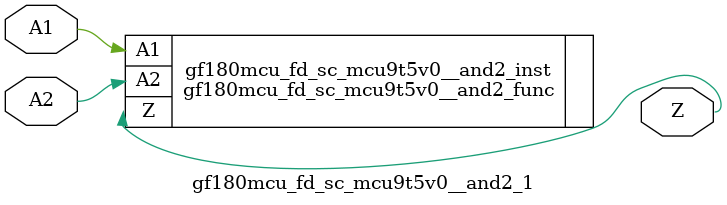
<source format=v>

`ifndef GF180MCU_FD_SC_MCU9T5V0__AND2_1_V
`define GF180MCU_FD_SC_MCU9T5V0__AND2_1_V

`include "gf180mcu_fd_sc_mcu9t5v0__and2_func.v"

`ifdef USE_POWER_PINS
module gf180mcu_fd_sc_mcu9t5v0__and2_1( A1, A2, Z, VDD, VSS );
inout VDD, VSS;
`else // If not USE_POWER_PINS
module gf180mcu_fd_sc_mcu9t5v0__and2_1( A1, A2, Z );
`endif // If not USE_POWER_PINS
input A1, A2;
output Z;

`ifdef USE_POWER_PINS
  gf180mcu_fd_sc_mcu9t5v0__and2_func gf180mcu_fd_sc_mcu9t5v0__and2_inst(.A1(A1),.A2(A2),.Z(Z),.VDD(VDD),.VSS(VSS));
`else // If not USE_POWER_PINS
  gf180mcu_fd_sc_mcu9t5v0__and2_func gf180mcu_fd_sc_mcu9t5v0__and2_inst(.A1(A1),.A2(A2),.Z(Z));
`endif // If not USE_POWER_PINS

`ifndef FUNCTIONAL
	// spec_gates_begin


	// spec_gates_end



   specify

	// specify_block_begin

	// comb arc A1 --> Z
	 (A1 => Z) = (1.0,1.0);

	// comb arc A2 --> Z
	 (A2 => Z) = (1.0,1.0);

	// specify_block_end

   endspecify

   `endif

endmodule
`endif // GF180MCU_FD_SC_MCU9T5V0__AND2_1_V

</source>
